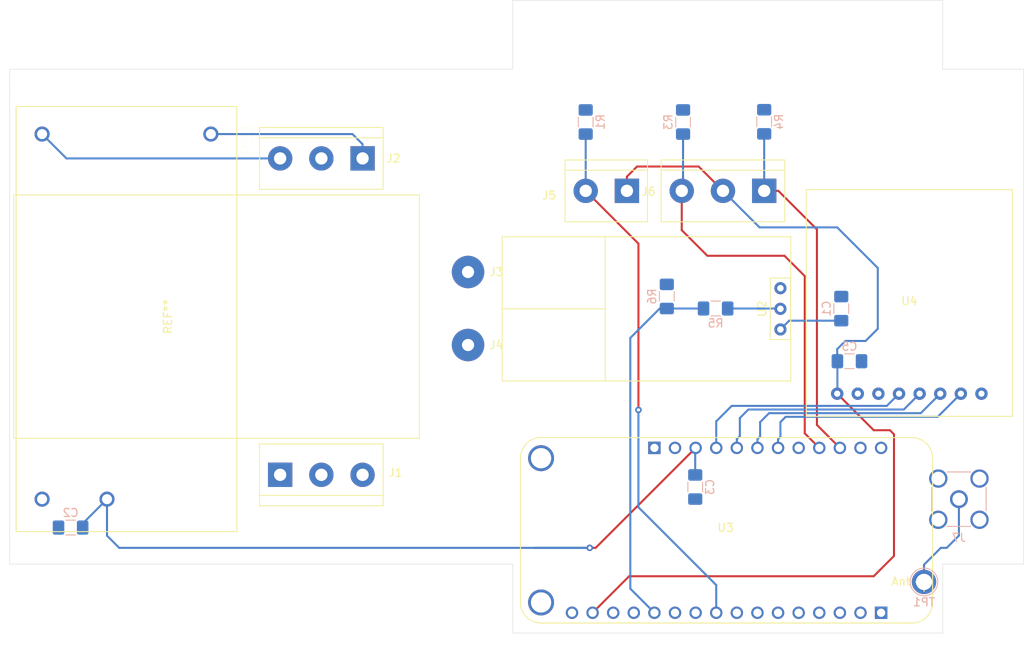
<source format=kicad_pcb>
(kicad_pcb (version 20171130) (host pcbnew 5.1.5+dfsg1-2build2)

  (general
    (thickness 1.6)
    (drawings 22)
    (tracks 98)
    (zones 0)
    (modules 22)
    (nets 37)
  )

  (page A4)
  (layers
    (0 F.Cu signal)
    (31 B.Cu signal)
    (32 B.Adhes user)
    (33 F.Adhes user)
    (34 B.Paste user)
    (35 F.Paste user)
    (36 B.SilkS user)
    (37 F.SilkS user)
    (38 B.Mask user)
    (39 F.Mask user)
    (40 Dwgs.User user)
    (41 Cmts.User user)
    (42 Eco1.User user)
    (43 Eco2.User user)
    (44 Edge.Cuts user)
    (45 Margin user)
    (46 B.CrtYd user)
    (47 F.CrtYd user)
    (48 B.Fab user)
    (49 F.Fab user)
  )

  (setup
    (last_trace_width 0.25)
    (trace_clearance 0.2)
    (zone_clearance 0.508)
    (zone_45_only no)
    (trace_min 0.2)
    (via_size 0.8)
    (via_drill 0.4)
    (via_min_size 0.4)
    (via_min_drill 0.3)
    (uvia_size 0.3)
    (uvia_drill 0.1)
    (uvias_allowed no)
    (uvia_min_size 0.2)
    (uvia_min_drill 0.1)
    (edge_width 0.05)
    (segment_width 0.2)
    (pcb_text_width 0.3)
    (pcb_text_size 1.5 1.5)
    (mod_edge_width 0.12)
    (mod_text_size 1 1)
    (mod_text_width 0.15)
    (pad_size 4.0005 4.0005)
    (pad_drill 1.50114)
    (pad_to_mask_clearance 0.051)
    (solder_mask_min_width 0.25)
    (aux_axis_origin 0 0)
    (visible_elements FFFFFF7F)
    (pcbplotparams
      (layerselection 0x010fc_ffffffff)
      (usegerberextensions false)
      (usegerberattributes false)
      (usegerberadvancedattributes false)
      (creategerberjobfile false)
      (excludeedgelayer true)
      (linewidth 0.100000)
      (plotframeref false)
      (viasonmask false)
      (mode 1)
      (useauxorigin false)
      (hpglpennumber 1)
      (hpglpenspeed 20)
      (hpglpendiameter 15.000000)
      (psnegative false)
      (psa4output false)
      (plotreference true)
      (plotvalue true)
      (plotinvisibletext false)
      (padsonsilk false)
      (subtractmaskfromsilk false)
      (outputformat 1)
      (mirror false)
      (drillshape 1)
      (scaleselection 1)
      (outputdirectory ""))
  )

  (net 0 "")
  (net 1 +5V)
  (net 2 GND)
  (net 3 "Net-(J1-Pad2)")
  (net 4 "Net-(J6-Pad3)")
  (net 5 "Net-(J6-Pad1)")
  (net 6 "Net-(U3-PadP1_16)")
  (net 7 "Net-(U3-PadP1_13)")
  (net 8 "Net-(U3-PadP1_11)")
  (net 9 "Net-(U3-PadP1_10)")
  (net 10 "Net-(U3-PadP1_8)")
  (net 11 "Net-(U3-PadP1_7)")
  (net 12 "Net-(U3-PadP1_6)")
  (net 13 "Net-(U3-PadP1_5)")
  (net 14 "Net-(U3-PadP1_4)")
  (net 15 "Net-(U3-PadP1_3)")
  (net 16 "Net-(U3-PadP1_2)")
  (net 17 "Net-(U3-PadP2_12)")
  (net 18 "Net-(U3-PadP2_11)")
  (net 19 "Net-(U3-PadP2_8)")
  (net 20 "Net-(U3-PadP2_7)")
  (net 21 "Net-(U3-PadP2_4)")
  (net 22 "Net-(U3-PadP2_2)")
  (net 23 "Net-(U3-PadP2_1)")
  (net 24 "Net-(J1-Pad1)")
  (net 25 "Net-(R5-Pad1)")
  (net 26 "Net-(J7-Pad1)")
  (net 27 +3V3)
  (net 28 "Net-(J1-Pad3)")
  (net 29 "Net-(J5-Pad2)")
  (net 30 "Net-(U3-PadP1_14)")
  (net 31 "Net-(U3-PadP2_6)")
  (net 32 "Net-(U3-PadP2_5)")
  (net 33 "Net-(R5-Pad2)")
  (net 34 "Net-(U4-Pad8)")
  (net 35 "Net-(U4-Pad3)")
  (net 36 "Net-(J2-Pad1)")

  (net_class Default "This is the default net class."
    (clearance 0.2)
    (trace_width 0.25)
    (via_dia 0.8)
    (via_drill 0.4)
    (uvia_dia 0.3)
    (uvia_drill 0.1)
    (add_net +3V3)
    (add_net +5V)
    (add_net GND)
    (add_net "Net-(J1-Pad1)")
    (add_net "Net-(J1-Pad2)")
    (add_net "Net-(J1-Pad3)")
    (add_net "Net-(J2-Pad1)")
    (add_net "Net-(J5-Pad2)")
    (add_net "Net-(J6-Pad1)")
    (add_net "Net-(J6-Pad3)")
    (add_net "Net-(J7-Pad1)")
    (add_net "Net-(R5-Pad1)")
    (add_net "Net-(R5-Pad2)")
    (add_net "Net-(U3-PadP1_10)")
    (add_net "Net-(U3-PadP1_11)")
    (add_net "Net-(U3-PadP1_13)")
    (add_net "Net-(U3-PadP1_14)")
    (add_net "Net-(U3-PadP1_16)")
    (add_net "Net-(U3-PadP1_2)")
    (add_net "Net-(U3-PadP1_3)")
    (add_net "Net-(U3-PadP1_4)")
    (add_net "Net-(U3-PadP1_5)")
    (add_net "Net-(U3-PadP1_6)")
    (add_net "Net-(U3-PadP1_7)")
    (add_net "Net-(U3-PadP1_8)")
    (add_net "Net-(U3-PadP2_1)")
    (add_net "Net-(U3-PadP2_11)")
    (add_net "Net-(U3-PadP2_12)")
    (add_net "Net-(U3-PadP2_2)")
    (add_net "Net-(U3-PadP2_4)")
    (add_net "Net-(U3-PadP2_5)")
    (add_net "Net-(U3-PadP2_6)")
    (add_net "Net-(U3-PadP2_7)")
    (add_net "Net-(U3-PadP2_8)")
    (add_net "Net-(U4-Pad3)")
    (add_net "Net-(U4-Pad8)")
  )

  (module dmcginnis427Footprints:Lipo1500 (layer F.Cu) (tedit 61CD5863) (tstamp 61CD7D9A)
    (at 150.5 105.5 90)
    (fp_text reference REF** (at 15 -31 90) (layer F.SilkS)
      (effects (font (size 1 1) (thickness 0.15)))
    )
    (fp_text value Lipo1500 (at 15 -28 90) (layer F.Fab)
      (effects (font (size 1 1) (thickness 0.15)))
    )
    (fp_line (start 30 0) (end 0 0) (layer F.SilkS) (width 0.12))
    (fp_line (start 30 -50) (end 30 0) (layer F.SilkS) (width 0.12))
    (fp_line (start 0 -50) (end 30 -50) (layer F.SilkS) (width 0.12))
    (fp_line (start 0 0) (end 0 -50) (layer F.SilkS) (width 0.12))
  )

  (module Resistor_SMD:R_1206_3216Metric_Pad1.42x1.75mm_HandSolder (layer B.Cu) (tedit 5B301BBD) (tstamp 61CDB878)
    (at 181 88.0125 270)
    (descr "Resistor SMD 1206 (3216 Metric), square (rectangular) end terminal, IPC_7351 nominal with elongated pad for handsoldering. (Body size source: http://www.tortai-tech.com/upload/download/2011102023233369053.pdf), generated with kicad-footprint-generator")
    (tags "resistor handsolder")
    (path /614811A8)
    (attr smd)
    (fp_text reference R6 (at 0 1.82 90) (layer B.SilkS)
      (effects (font (size 1 1) (thickness 0.15)) (justify mirror))
    )
    (fp_text value 2k (at 0 -1.82 90) (layer B.Fab)
      (effects (font (size 1 1) (thickness 0.15)) (justify mirror))
    )
    (fp_text user %R (at 0 0 90) (layer B.Fab)
      (effects (font (size 0.8 0.8) (thickness 0.12)) (justify mirror))
    )
    (fp_line (start 2.45 -1.12) (end -2.45 -1.12) (layer B.CrtYd) (width 0.05))
    (fp_line (start 2.45 1.12) (end 2.45 -1.12) (layer B.CrtYd) (width 0.05))
    (fp_line (start -2.45 1.12) (end 2.45 1.12) (layer B.CrtYd) (width 0.05))
    (fp_line (start -2.45 -1.12) (end -2.45 1.12) (layer B.CrtYd) (width 0.05))
    (fp_line (start -0.602064 -0.91) (end 0.602064 -0.91) (layer B.SilkS) (width 0.12))
    (fp_line (start -0.602064 0.91) (end 0.602064 0.91) (layer B.SilkS) (width 0.12))
    (fp_line (start 1.6 -0.8) (end -1.6 -0.8) (layer B.Fab) (width 0.1))
    (fp_line (start 1.6 0.8) (end 1.6 -0.8) (layer B.Fab) (width 0.1))
    (fp_line (start -1.6 0.8) (end 1.6 0.8) (layer B.Fab) (width 0.1))
    (fp_line (start -1.6 -0.8) (end -1.6 0.8) (layer B.Fab) (width 0.1))
    (pad 2 smd roundrect (at 1.4875 0 270) (size 1.425 1.75) (layers B.Cu B.Paste B.Mask) (roundrect_rratio 0.175439)
      (net 25 "Net-(R5-Pad1)"))
    (pad 1 smd roundrect (at -1.4875 0 270) (size 1.425 1.75) (layers B.Cu B.Paste B.Mask) (roundrect_rratio 0.175439)
      (net 2 GND))
    (model ${KISYS3DMOD}/Resistor_SMD.3dshapes/R_1206_3216Metric.wrl
      (at (xyz 0 0 0))
      (scale (xyz 1 1 1))
      (rotate (xyz 0 0 0))
    )
  )

  (module Resistor_SMD:R_1206_3216Metric_Pad1.42x1.75mm_HandSolder (layer B.Cu) (tedit 5B301BBD) (tstamp 61CDB867)
    (at 187.0125 89.5)
    (descr "Resistor SMD 1206 (3216 Metric), square (rectangular) end terminal, IPC_7351 nominal with elongated pad for handsoldering. (Body size source: http://www.tortai-tech.com/upload/download/2011102023233369053.pdf), generated with kicad-footprint-generator")
    (tags "resistor handsolder")
    (path /61480B7E)
    (attr smd)
    (fp_text reference R5 (at 0 1.82) (layer B.SilkS)
      (effects (font (size 1 1) (thickness 0.15)) (justify mirror))
    )
    (fp_text value 1k (at 0 -1.82) (layer B.Fab)
      (effects (font (size 1 1) (thickness 0.15)) (justify mirror))
    )
    (fp_text user %R (at 0 0) (layer B.Fab)
      (effects (font (size 0.8 0.8) (thickness 0.12)) (justify mirror))
    )
    (fp_line (start 2.45 -1.12) (end -2.45 -1.12) (layer B.CrtYd) (width 0.05))
    (fp_line (start 2.45 1.12) (end 2.45 -1.12) (layer B.CrtYd) (width 0.05))
    (fp_line (start -2.45 1.12) (end 2.45 1.12) (layer B.CrtYd) (width 0.05))
    (fp_line (start -2.45 -1.12) (end -2.45 1.12) (layer B.CrtYd) (width 0.05))
    (fp_line (start -0.602064 -0.91) (end 0.602064 -0.91) (layer B.SilkS) (width 0.12))
    (fp_line (start -0.602064 0.91) (end 0.602064 0.91) (layer B.SilkS) (width 0.12))
    (fp_line (start 1.6 -0.8) (end -1.6 -0.8) (layer B.Fab) (width 0.1))
    (fp_line (start 1.6 0.8) (end 1.6 -0.8) (layer B.Fab) (width 0.1))
    (fp_line (start -1.6 0.8) (end 1.6 0.8) (layer B.Fab) (width 0.1))
    (fp_line (start -1.6 -0.8) (end -1.6 0.8) (layer B.Fab) (width 0.1))
    (pad 2 smd roundrect (at 1.4875 0) (size 1.425 1.75) (layers B.Cu B.Paste B.Mask) (roundrect_rratio 0.175439)
      (net 33 "Net-(R5-Pad2)"))
    (pad 1 smd roundrect (at -1.4875 0) (size 1.425 1.75) (layers B.Cu B.Paste B.Mask) (roundrect_rratio 0.175439)
      (net 25 "Net-(R5-Pad1)"))
    (model ${KISYS3DMOD}/Resistor_SMD.3dshapes/R_1206_3216Metric.wrl
      (at (xyz 0 0 0))
      (scale (xyz 1 1 1))
      (rotate (xyz 0 0 0))
    )
  )

  (module Resistor_SMD:R_1206_3216Metric_Pad1.42x1.75mm_HandSolder (layer B.Cu) (tedit 5B301BBD) (tstamp 61CDB856)
    (at 193 66.4875 90)
    (descr "Resistor SMD 1206 (3216 Metric), square (rectangular) end terminal, IPC_7351 nominal with elongated pad for handsoldering. (Body size source: http://www.tortai-tech.com/upload/download/2011102023233369053.pdf), generated with kicad-footprint-generator")
    (tags "resistor handsolder")
    (path /614C3ECC)
    (attr smd)
    (fp_text reference R4 (at 0 1.82 90) (layer B.SilkS)
      (effects (font (size 1 1) (thickness 0.15)) (justify mirror))
    )
    (fp_text value 10k (at 0 -1.82 90) (layer B.Fab)
      (effects (font (size 1 1) (thickness 0.15)) (justify mirror))
    )
    (fp_text user %R (at 0 0 90) (layer B.Fab)
      (effects (font (size 0.8 0.8) (thickness 0.12)) (justify mirror))
    )
    (fp_line (start 2.45 -1.12) (end -2.45 -1.12) (layer B.CrtYd) (width 0.05))
    (fp_line (start 2.45 1.12) (end 2.45 -1.12) (layer B.CrtYd) (width 0.05))
    (fp_line (start -2.45 1.12) (end 2.45 1.12) (layer B.CrtYd) (width 0.05))
    (fp_line (start -2.45 -1.12) (end -2.45 1.12) (layer B.CrtYd) (width 0.05))
    (fp_line (start -0.602064 -0.91) (end 0.602064 -0.91) (layer B.SilkS) (width 0.12))
    (fp_line (start -0.602064 0.91) (end 0.602064 0.91) (layer B.SilkS) (width 0.12))
    (fp_line (start 1.6 -0.8) (end -1.6 -0.8) (layer B.Fab) (width 0.1))
    (fp_line (start 1.6 0.8) (end 1.6 -0.8) (layer B.Fab) (width 0.1))
    (fp_line (start -1.6 0.8) (end 1.6 0.8) (layer B.Fab) (width 0.1))
    (fp_line (start -1.6 -0.8) (end -1.6 0.8) (layer B.Fab) (width 0.1))
    (pad 2 smd roundrect (at 1.4875 0 90) (size 1.425 1.75) (layers B.Cu B.Paste B.Mask) (roundrect_rratio 0.175439)
      (net 2 GND))
    (pad 1 smd roundrect (at -1.4875 0 90) (size 1.425 1.75) (layers B.Cu B.Paste B.Mask) (roundrect_rratio 0.175439)
      (net 5 "Net-(J6-Pad1)"))
    (model ${KISYS3DMOD}/Resistor_SMD.3dshapes/R_1206_3216Metric.wrl
      (at (xyz 0 0 0))
      (scale (xyz 1 1 1))
      (rotate (xyz 0 0 0))
    )
  )

  (module Resistor_SMD:R_1206_3216Metric_Pad1.42x1.75mm_HandSolder (layer B.Cu) (tedit 5B301BBD) (tstamp 61CDB845)
    (at 183 66.5125 270)
    (descr "Resistor SMD 1206 (3216 Metric), square (rectangular) end terminal, IPC_7351 nominal with elongated pad for handsoldering. (Body size source: http://www.tortai-tech.com/upload/download/2011102023233369053.pdf), generated with kicad-footprint-generator")
    (tags "resistor handsolder")
    (path /614BDC4E)
    (attr smd)
    (fp_text reference R3 (at 0 1.82 90) (layer B.SilkS)
      (effects (font (size 1 1) (thickness 0.15)) (justify mirror))
    )
    (fp_text value 10k (at 0 -1.82 90) (layer B.Fab)
      (effects (font (size 1 1) (thickness 0.15)) (justify mirror))
    )
    (fp_text user %R (at 0 0 90) (layer B.Fab)
      (effects (font (size 0.8 0.8) (thickness 0.12)) (justify mirror))
    )
    (fp_line (start 2.45 -1.12) (end -2.45 -1.12) (layer B.CrtYd) (width 0.05))
    (fp_line (start 2.45 1.12) (end 2.45 -1.12) (layer B.CrtYd) (width 0.05))
    (fp_line (start -2.45 1.12) (end 2.45 1.12) (layer B.CrtYd) (width 0.05))
    (fp_line (start -2.45 -1.12) (end -2.45 1.12) (layer B.CrtYd) (width 0.05))
    (fp_line (start -0.602064 -0.91) (end 0.602064 -0.91) (layer B.SilkS) (width 0.12))
    (fp_line (start -0.602064 0.91) (end 0.602064 0.91) (layer B.SilkS) (width 0.12))
    (fp_line (start 1.6 -0.8) (end -1.6 -0.8) (layer B.Fab) (width 0.1))
    (fp_line (start 1.6 0.8) (end 1.6 -0.8) (layer B.Fab) (width 0.1))
    (fp_line (start -1.6 0.8) (end 1.6 0.8) (layer B.Fab) (width 0.1))
    (fp_line (start -1.6 -0.8) (end -1.6 0.8) (layer B.Fab) (width 0.1))
    (pad 2 smd roundrect (at 1.4875 0 270) (size 1.425 1.75) (layers B.Cu B.Paste B.Mask) (roundrect_rratio 0.175439)
      (net 4 "Net-(J6-Pad3)"))
    (pad 1 smd roundrect (at -1.4875 0 270) (size 1.425 1.75) (layers B.Cu B.Paste B.Mask) (roundrect_rratio 0.175439)
      (net 2 GND))
    (model ${KISYS3DMOD}/Resistor_SMD.3dshapes/R_1206_3216Metric.wrl
      (at (xyz 0 0 0))
      (scale (xyz 1 1 1))
      (rotate (xyz 0 0 0))
    )
  )

  (module Resistor_SMD:R_1206_3216Metric_Pad1.42x1.75mm_HandSolder (layer B.Cu) (tedit 5B301BBD) (tstamp 61CDB834)
    (at 171 66.5125 90)
    (descr "Resistor SMD 1206 (3216 Metric), square (rectangular) end terminal, IPC_7351 nominal with elongated pad for handsoldering. (Body size source: http://www.tortai-tech.com/upload/download/2011102023233369053.pdf), generated with kicad-footprint-generator")
    (tags "resistor handsolder")
    (path /61CE7F09)
    (attr smd)
    (fp_text reference R1 (at 0 1.82 90) (layer B.SilkS)
      (effects (font (size 1 1) (thickness 0.15)) (justify mirror))
    )
    (fp_text value 10k (at 0 -1.82 90) (layer B.Fab)
      (effects (font (size 1 1) (thickness 0.15)) (justify mirror))
    )
    (fp_text user %R (at 0 0 90) (layer B.Fab)
      (effects (font (size 0.8 0.8) (thickness 0.12)) (justify mirror))
    )
    (fp_line (start 2.45 -1.12) (end -2.45 -1.12) (layer B.CrtYd) (width 0.05))
    (fp_line (start 2.45 1.12) (end 2.45 -1.12) (layer B.CrtYd) (width 0.05))
    (fp_line (start -2.45 1.12) (end 2.45 1.12) (layer B.CrtYd) (width 0.05))
    (fp_line (start -2.45 -1.12) (end -2.45 1.12) (layer B.CrtYd) (width 0.05))
    (fp_line (start -0.602064 -0.91) (end 0.602064 -0.91) (layer B.SilkS) (width 0.12))
    (fp_line (start -0.602064 0.91) (end 0.602064 0.91) (layer B.SilkS) (width 0.12))
    (fp_line (start 1.6 -0.8) (end -1.6 -0.8) (layer B.Fab) (width 0.1))
    (fp_line (start 1.6 0.8) (end 1.6 -0.8) (layer B.Fab) (width 0.1))
    (fp_line (start -1.6 0.8) (end 1.6 0.8) (layer B.Fab) (width 0.1))
    (fp_line (start -1.6 -0.8) (end -1.6 0.8) (layer B.Fab) (width 0.1))
    (pad 2 smd roundrect (at 1.4875 0 90) (size 1.425 1.75) (layers B.Cu B.Paste B.Mask) (roundrect_rratio 0.175439)
      (net 2 GND))
    (pad 1 smd roundrect (at -1.4875 0 90) (size 1.425 1.75) (layers B.Cu B.Paste B.Mask) (roundrect_rratio 0.175439)
      (net 29 "Net-(J5-Pad2)"))
    (model ${KISYS3DMOD}/Resistor_SMD.3dshapes/R_1206_3216Metric.wrl
      (at (xyz 0 0 0))
      (scale (xyz 1 1 1))
      (rotate (xyz 0 0 0))
    )
  )

  (module Capacitor_SMD:C_1206_3216Metric_Pad1.42x1.75mm_HandSolder (layer B.Cu) (tedit 5B301BBE) (tstamp 61CDB707)
    (at 203.5125 96 180)
    (descr "Capacitor SMD 1206 (3216 Metric), square (rectangular) end terminal, IPC_7351 nominal with elongated pad for handsoldering. (Body size source: http://www.tortai-tech.com/upload/download/2011102023233369053.pdf), generated with kicad-footprint-generator")
    (tags "capacitor handsolder")
    (path /61D07F64)
    (attr smd)
    (fp_text reference C5 (at 0 1.82) (layer B.SilkS)
      (effects (font (size 1 1) (thickness 0.15)) (justify mirror))
    )
    (fp_text value 0.1uF (at 0 -1.82) (layer B.Fab)
      (effects (font (size 1 1) (thickness 0.15)) (justify mirror))
    )
    (fp_text user %R (at 0 0) (layer B.Fab)
      (effects (font (size 0.8 0.8) (thickness 0.12)) (justify mirror))
    )
    (fp_line (start 2.45 -1.12) (end -2.45 -1.12) (layer B.CrtYd) (width 0.05))
    (fp_line (start 2.45 1.12) (end 2.45 -1.12) (layer B.CrtYd) (width 0.05))
    (fp_line (start -2.45 1.12) (end 2.45 1.12) (layer B.CrtYd) (width 0.05))
    (fp_line (start -2.45 -1.12) (end -2.45 1.12) (layer B.CrtYd) (width 0.05))
    (fp_line (start -0.602064 -0.91) (end 0.602064 -0.91) (layer B.SilkS) (width 0.12))
    (fp_line (start -0.602064 0.91) (end 0.602064 0.91) (layer B.SilkS) (width 0.12))
    (fp_line (start 1.6 -0.8) (end -1.6 -0.8) (layer B.Fab) (width 0.1))
    (fp_line (start 1.6 0.8) (end 1.6 -0.8) (layer B.Fab) (width 0.1))
    (fp_line (start -1.6 0.8) (end 1.6 0.8) (layer B.Fab) (width 0.1))
    (fp_line (start -1.6 -0.8) (end -1.6 0.8) (layer B.Fab) (width 0.1))
    (pad 2 smd roundrect (at 1.4875 0 180) (size 1.425 1.75) (layers B.Cu B.Paste B.Mask) (roundrect_rratio 0.175439)
      (net 27 +3V3))
    (pad 1 smd roundrect (at -1.4875 0 180) (size 1.425 1.75) (layers B.Cu B.Paste B.Mask) (roundrect_rratio 0.175439)
      (net 2 GND))
    (model ${KISYS3DMOD}/Capacitor_SMD.3dshapes/C_1206_3216Metric.wrl
      (at (xyz 0 0 0))
      (scale (xyz 1 1 1))
      (rotate (xyz 0 0 0))
    )
  )

  (module Capacitor_SMD:C_1206_3216Metric_Pad1.42x1.75mm_HandSolder (layer B.Cu) (tedit 5B301BBE) (tstamp 61CDB6F6)
    (at 184.5 111.5 90)
    (descr "Capacitor SMD 1206 (3216 Metric), square (rectangular) end terminal, IPC_7351 nominal with elongated pad for handsoldering. (Body size source: http://www.tortai-tech.com/upload/download/2011102023233369053.pdf), generated with kicad-footprint-generator")
    (tags "capacitor handsolder")
    (path /61CDE4A7)
    (attr smd)
    (fp_text reference C3 (at 0 1.82 90) (layer B.SilkS)
      (effects (font (size 1 1) (thickness 0.15)) (justify mirror))
    )
    (fp_text value 0.1uF (at 0 -1.82 90) (layer B.Fab)
      (effects (font (size 1 1) (thickness 0.15)) (justify mirror))
    )
    (fp_text user %R (at 0 0 90) (layer B.Fab)
      (effects (font (size 0.8 0.8) (thickness 0.12)) (justify mirror))
    )
    (fp_line (start 2.45 -1.12) (end -2.45 -1.12) (layer B.CrtYd) (width 0.05))
    (fp_line (start 2.45 1.12) (end 2.45 -1.12) (layer B.CrtYd) (width 0.05))
    (fp_line (start -2.45 1.12) (end 2.45 1.12) (layer B.CrtYd) (width 0.05))
    (fp_line (start -2.45 -1.12) (end -2.45 1.12) (layer B.CrtYd) (width 0.05))
    (fp_line (start -0.602064 -0.91) (end 0.602064 -0.91) (layer B.SilkS) (width 0.12))
    (fp_line (start -0.602064 0.91) (end 0.602064 0.91) (layer B.SilkS) (width 0.12))
    (fp_line (start 1.6 -0.8) (end -1.6 -0.8) (layer B.Fab) (width 0.1))
    (fp_line (start 1.6 0.8) (end 1.6 -0.8) (layer B.Fab) (width 0.1))
    (fp_line (start -1.6 0.8) (end 1.6 0.8) (layer B.Fab) (width 0.1))
    (fp_line (start -1.6 -0.8) (end -1.6 0.8) (layer B.Fab) (width 0.1))
    (pad 2 smd roundrect (at 1.4875 0 90) (size 1.425 1.75) (layers B.Cu B.Paste B.Mask) (roundrect_rratio 0.175439)
      (net 1 +5V))
    (pad 1 smd roundrect (at -1.4875 0 90) (size 1.425 1.75) (layers B.Cu B.Paste B.Mask) (roundrect_rratio 0.175439)
      (net 2 GND))
    (model ${KISYS3DMOD}/Capacitor_SMD.3dshapes/C_1206_3216Metric.wrl
      (at (xyz 0 0 0))
      (scale (xyz 1 1 1))
      (rotate (xyz 0 0 0))
    )
  )

  (module Capacitor_SMD:C_1206_3216Metric_Pad1.42x1.75mm_HandSolder (layer B.Cu) (tedit 5B301BBE) (tstamp 61CDB6E5)
    (at 107.5125 116.5 180)
    (descr "Capacitor SMD 1206 (3216 Metric), square (rectangular) end terminal, IPC_7351 nominal with elongated pad for handsoldering. (Body size source: http://www.tortai-tech.com/upload/download/2011102023233369053.pdf), generated with kicad-footprint-generator")
    (tags "capacitor handsolder")
    (path /61CCE75A)
    (attr smd)
    (fp_text reference C2 (at 0 1.82) (layer B.SilkS)
      (effects (font (size 1 1) (thickness 0.15)) (justify mirror))
    )
    (fp_text value 1uF (at 0 -1.82) (layer B.Fab)
      (effects (font (size 1 1) (thickness 0.15)) (justify mirror))
    )
    (fp_text user %R (at 0 0) (layer B.Fab)
      (effects (font (size 0.8 0.8) (thickness 0.12)) (justify mirror))
    )
    (fp_line (start 2.45 -1.12) (end -2.45 -1.12) (layer B.CrtYd) (width 0.05))
    (fp_line (start 2.45 1.12) (end 2.45 -1.12) (layer B.CrtYd) (width 0.05))
    (fp_line (start -2.45 1.12) (end 2.45 1.12) (layer B.CrtYd) (width 0.05))
    (fp_line (start -2.45 -1.12) (end -2.45 1.12) (layer B.CrtYd) (width 0.05))
    (fp_line (start -0.602064 -0.91) (end 0.602064 -0.91) (layer B.SilkS) (width 0.12))
    (fp_line (start -0.602064 0.91) (end 0.602064 0.91) (layer B.SilkS) (width 0.12))
    (fp_line (start 1.6 -0.8) (end -1.6 -0.8) (layer B.Fab) (width 0.1))
    (fp_line (start 1.6 0.8) (end 1.6 -0.8) (layer B.Fab) (width 0.1))
    (fp_line (start -1.6 0.8) (end 1.6 0.8) (layer B.Fab) (width 0.1))
    (fp_line (start -1.6 -0.8) (end -1.6 0.8) (layer B.Fab) (width 0.1))
    (pad 2 smd roundrect (at 1.4875 0 180) (size 1.425 1.75) (layers B.Cu B.Paste B.Mask) (roundrect_rratio 0.175439)
      (net 2 GND))
    (pad 1 smd roundrect (at -1.4875 0 180) (size 1.425 1.75) (layers B.Cu B.Paste B.Mask) (roundrect_rratio 0.175439)
      (net 1 +5V))
    (model ${KISYS3DMOD}/Capacitor_SMD.3dshapes/C_1206_3216Metric.wrl
      (at (xyz 0 0 0))
      (scale (xyz 1 1 1))
      (rotate (xyz 0 0 0))
    )
  )

  (module Capacitor_SMD:C_1206_3216Metric_Pad1.42x1.75mm_HandSolder (layer B.Cu) (tedit 5B301BBE) (tstamp 61CDB6D4)
    (at 202.5 89.5125 270)
    (descr "Capacitor SMD 1206 (3216 Metric), square (rectangular) end terminal, IPC_7351 nominal with elongated pad for handsoldering. (Body size source: http://www.tortai-tech.com/upload/download/2011102023233369053.pdf), generated with kicad-footprint-generator")
    (tags "capacitor handsolder")
    (path /61CD673B)
    (attr smd)
    (fp_text reference C1 (at 0 1.82 90) (layer B.SilkS)
      (effects (font (size 1 1) (thickness 0.15)) (justify mirror))
    )
    (fp_text value 0.1uF (at 0 -1.82 90) (layer B.Fab)
      (effects (font (size 1 1) (thickness 0.15)) (justify mirror))
    )
    (fp_text user %R (at 0 0 90) (layer B.Fab)
      (effects (font (size 0.8 0.8) (thickness 0.12)) (justify mirror))
    )
    (fp_line (start 2.45 -1.12) (end -2.45 -1.12) (layer B.CrtYd) (width 0.05))
    (fp_line (start 2.45 1.12) (end 2.45 -1.12) (layer B.CrtYd) (width 0.05))
    (fp_line (start -2.45 1.12) (end 2.45 1.12) (layer B.CrtYd) (width 0.05))
    (fp_line (start -2.45 -1.12) (end -2.45 1.12) (layer B.CrtYd) (width 0.05))
    (fp_line (start -0.602064 -0.91) (end 0.602064 -0.91) (layer B.SilkS) (width 0.12))
    (fp_line (start -0.602064 0.91) (end 0.602064 0.91) (layer B.SilkS) (width 0.12))
    (fp_line (start 1.6 -0.8) (end -1.6 -0.8) (layer B.Fab) (width 0.1))
    (fp_line (start 1.6 0.8) (end 1.6 -0.8) (layer B.Fab) (width 0.1))
    (fp_line (start -1.6 0.8) (end 1.6 0.8) (layer B.Fab) (width 0.1))
    (fp_line (start -1.6 -0.8) (end -1.6 0.8) (layer B.Fab) (width 0.1))
    (pad 2 smd roundrect (at 1.4875 0 270) (size 1.425 1.75) (layers B.Cu B.Paste B.Mask) (roundrect_rratio 0.175439)
      (net 1 +5V))
    (pad 1 smd roundrect (at -1.4875 0 270) (size 1.425 1.75) (layers B.Cu B.Paste B.Mask) (roundrect_rratio 0.175439)
      (net 2 GND))
    (model ${KISYS3DMOD}/Capacitor_SMD.3dshapes/C_1206_3216Metric.wrl
      (at (xyz 0 0 0))
      (scale (xyz 1 1 1))
      (rotate (xyz 0 0 0))
    )
  )

  (module dmcginnis427Footprints:AMAX31865 (layer F.Cu) (tedit 61CC6181) (tstamp 61CCD04E)
    (at 202 100)
    (path /61D03BB0)
    (fp_text reference U4 (at 8.89 -11.43) (layer F.SilkS)
      (effects (font (size 1 1) (thickness 0.15)))
    )
    (fp_text value AMAX31865 (at 7.62 -13.97) (layer F.Fab)
      (effects (font (size 1 1) (thickness 0.15)))
    )
    (fp_line (start 21.59 -25.146) (end 21.59 2.794) (layer F.SilkS) (width 0.12))
    (fp_line (start -3.81 -25.146) (end 21.59 -25.146) (layer F.SilkS) (width 0.12))
    (fp_line (start -3.81 2.794) (end -3.81 -25.146) (layer F.SilkS) (width 0.12))
    (fp_line (start 21.59 2.794) (end -3.81 2.794) (layer F.SilkS) (width 0.12))
    (fp_line (start -4.445 3.81) (end -4.445 -26.035) (layer F.CrtYd) (width 0.12))
    (fp_line (start -4.445 -26.035) (end 22.225 -26.035) (layer F.CrtYd) (width 0.12))
    (fp_line (start 22.225 -26.035) (end 22.225 3.81) (layer F.CrtYd) (width 0.12))
    (fp_line (start 22.225 3.81) (end -4.445 3.81) (layer F.CrtYd) (width 0.12))
    (pad 8 thru_hole circle (at 17.78 0) (size 1.524 1.524) (drill 0.762) (layers *.Cu *.Mask)
      (net 34 "Net-(U4-Pad8)"))
    (pad 7 thru_hole circle (at 15.24 0) (size 1.524 1.524) (drill 0.762) (layers *.Cu *.Mask)
      (net 20 "Net-(U3-PadP2_7)"))
    (pad 6 thru_hole circle (at 12.7 0) (size 1.524 1.524) (drill 0.762) (layers *.Cu *.Mask)
      (net 31 "Net-(U3-PadP2_6)"))
    (pad 5 thru_hole circle (at 10.16 0) (size 1.524 1.524) (drill 0.762) (layers *.Cu *.Mask)
      (net 32 "Net-(U3-PadP2_5)"))
    (pad 4 thru_hole circle (at 7.62 0) (size 1.524 1.524) (drill 0.762) (layers *.Cu *.Mask)
      (net 21 "Net-(U3-PadP2_4)"))
    (pad 3 thru_hole circle (at 5.08 0) (size 1.524 1.524) (drill 0.762) (layers *.Cu *.Mask)
      (net 35 "Net-(U4-Pad3)"))
    (pad 2 thru_hole circle (at 2.54 0) (size 1.524 1.524) (drill 0.762) (layers *.Cu *.Mask)
      (net 2 GND))
    (pad 1 thru_hole circle (at 0 0) (size 1.524 1.524) (drill 0.762) (layers *.Cu *.Mask)
      (net 27 +3V3))
  )

  (module dmcginnis427Footprints:ACS712_20A (layer F.Cu) (tedit 5E3C5E6A) (tstamp 61CCCFBC)
    (at 195 89.54 270)
    (path /5E3C936E)
    (fp_text reference U2 (at 0 2.25 90) (layer F.SilkS)
      (effects (font (size 1 1) (thickness 0.15)))
    )
    (fp_text value ACS712_20 (at 0 -2.25 90) (layer F.Fab)
      (effects (font (size 1 1) (thickness 0.15)))
    )
    (fp_line (start -3.79 -1.25) (end 3.79 -1.25) (layer F.SilkS) (width 0.12))
    (fp_line (start 3.79 -1.25) (end 3.79 1.25) (layer F.SilkS) (width 0.12))
    (fp_line (start 3.79 1.25) (end -3.79 1.25) (layer F.SilkS) (width 0.12))
    (fp_line (start -3.79 1.25) (end -3.79 -1.25) (layer F.SilkS) (width 0.12))
    (fp_line (start -8.89 -1.27) (end 8.89 -1.27) (layer F.CrtYd) (width 0.05))
    (fp_line (start 8.89 -1.27) (end 8.89 34.29) (layer F.CrtYd) (width 0.05))
    (fp_line (start -8.89 34.29) (end -8.89 -1.27) (layer F.CrtYd) (width 0.05))
    (fp_line (start -8.89 34.29) (end 8.89 34.29) (layer F.CrtYd) (width 0.05))
    (fp_line (start 8.89 21.59) (end -8.89 21.59) (layer F.SilkS) (width 0.12))
    (fp_line (start -8.89 21.59) (end -8.89 34.29) (layer F.SilkS) (width 0.12))
    (fp_line (start -8.89 34.29) (end 8.89 34.29) (layer F.SilkS) (width 0.12))
    (fp_line (start 8.89 34.29) (end 8.89 -1.27) (layer F.SilkS) (width 0.12))
    (fp_line (start 8.89 -1.27) (end -8.89 -1.27) (layer F.SilkS) (width 0.12))
    (fp_line (start -8.89 -1.27) (end -8.89 21.59) (layer F.SilkS) (width 0.12))
    (fp_line (start 0 34.29) (end 0 21.59) (layer F.SilkS) (width 0.12))
    (pad 3 thru_hole circle (at 2.54 0 270) (size 1.5 1.5) (drill 0.8) (layers *.Cu *.Mask)
      (net 1 +5V))
    (pad 2 thru_hole circle (at 0 0 270) (size 1.5 1.5) (drill 0.8) (layers *.Cu *.Mask)
      (net 33 "Net-(R5-Pad2)"))
    (pad 1 thru_hole circle (at -2.54 0 270) (size 1.5 1.5) (drill 0.8) (layers *.Cu *.Mask)
      (net 2 GND))
  )

  (module FEATHER_M0_BASIC_PROTO:MODULE_FEATHER_M0_BASIC_PROTO (layer F.Cu) (tedit 614846AE) (tstamp 6146652F)
    (at 188.36 116.84)
    (path /6147908E)
    (fp_text reference U3 (at -0.11 -0.319) (layer F.SilkS)
      (effects (font (size 1 1) (thickness 0.15)))
    )
    (fp_text value FEATHER_M0_BASIC_PROTO (at -4.785 13.315) (layer F.Fab)
      (effects (font (size 1 1) (thickness 0.15)))
    )
    (fp_line (start 24.35 6.36) (end 24.35 7.54) (layer F.SilkS) (width 0.12))
    (fp_line (start 25.39 6.37) (end 23.3 6.37) (layer F.SilkS) (width 0.12))
    (fp_line (start 24.34 6.37) (end 25.39 6.37) (layer F.SilkS) (width 0.12))
    (fp_line (start 24.34 6.37) (end 24.34 5.43) (layer F.SilkS) (width 0.12))
    (fp_line (start -25.4 8.89) (end -25.4 -8.89) (layer F.SilkS) (width 0.127))
    (fp_line (start -22.86 -11.43) (end 22.86 -11.43) (layer F.SilkS) (width 0.127))
    (fp_line (start 25.4 -8.89) (end 25.4 8.89) (layer F.SilkS) (width 0.127))
    (fp_line (start 22.86 11.43) (end -22.86 11.43) (layer F.SilkS) (width 0.127))
    (fp_line (start -25.4 8.89) (end -25.4 -8.89) (layer F.Fab) (width 0.127))
    (fp_line (start -22.86 -11.43) (end 22.86 -11.43) (layer F.Fab) (width 0.127))
    (fp_line (start 25.4 -8.89) (end 25.4 8.89) (layer F.Fab) (width 0.127))
    (fp_line (start 22.86 11.43) (end -22.86 11.43) (layer F.Fab) (width 0.127))
    (fp_line (start -25.65 -8.89) (end -25.65 8.89) (layer F.CrtYd) (width 0.05))
    (fp_line (start -22.86 11.68) (end 22.86 11.68) (layer F.CrtYd) (width 0.05))
    (fp_line (start 25.65 8.89) (end 25.65 -8.89) (layer F.CrtYd) (width 0.05))
    (fp_line (start 22.86 -11.68) (end -22.86 -11.68) (layer F.CrtYd) (width 0.05))
    (fp_text user Ant (at 21.5 6.3) (layer F.SilkS)
      (effects (font (size 1 1) (thickness 0.15)))
    )
    (fp_arc (start 22.86 -8.89) (end 22.86 -11.68) (angle 90) (layer F.CrtYd) (width 0.05))
    (fp_arc (start 22.86 8.89) (end 25.65 8.89) (angle 90) (layer F.CrtYd) (width 0.05))
    (fp_arc (start -22.86 8.89) (end -22.86 11.68) (angle 90) (layer F.CrtYd) (width 0.05))
    (fp_arc (start -22.86 -8.89) (end -25.65 -8.89) (angle 90) (layer F.CrtYd) (width 0.05))
    (fp_arc (start 22.86 8.89) (end 22.86 11.43) (angle -90) (layer F.Fab) (width 0.127))
    (fp_arc (start 22.86 -8.89) (end 25.4 -8.89) (angle -90) (layer F.Fab) (width 0.127))
    (fp_arc (start -22.86 -8.89) (end -22.86 -11.43) (angle -90) (layer F.Fab) (width 0.127))
    (fp_arc (start -22.86 8.89) (end -25.4 8.89) (angle -90) (layer F.Fab) (width 0.127))
    (fp_arc (start 22.86 8.89) (end 22.86 11.43) (angle -90) (layer F.SilkS) (width 0.127))
    (fp_arc (start 22.86 -8.89) (end 25.4 -8.89) (angle -90) (layer F.SilkS) (width 0.127))
    (fp_arc (start -22.86 -8.89) (end -22.86 -11.43) (angle -90) (layer F.SilkS) (width 0.127))
    (fp_arc (start -22.86 8.89) (end -25.4 8.89) (angle -90) (layer F.SilkS) (width 0.127))
    (pad P1_16 thru_hole circle (at -19.05 10.16) (size 1.53 1.53) (drill 1.02) (layers *.Cu *.Mask)
      (net 6 "Net-(U3-PadP1_16)"))
    (pad P1_15 thru_hole circle (at -16.51 10.16) (size 1.53 1.53) (drill 1.02) (layers *.Cu *.Mask)
      (net 27 +3V3))
    (pad P1_14 thru_hole circle (at -13.97 10.16) (size 1.53 1.53) (drill 1.02) (layers *.Cu *.Mask)
      (net 30 "Net-(U3-PadP1_14)"))
    (pad P1_13 thru_hole circle (at -11.43 10.16) (size 1.53 1.53) (drill 1.02) (layers *.Cu *.Mask)
      (net 7 "Net-(U3-PadP1_13)"))
    (pad P1_12 thru_hole circle (at -8.89 10.16) (size 1.53 1.53) (drill 1.02) (layers *.Cu *.Mask)
      (net 25 "Net-(R5-Pad1)"))
    (pad P1_11 thru_hole circle (at -6.35 10.16) (size 1.53 1.53) (drill 1.02) (layers *.Cu *.Mask)
      (net 8 "Net-(U3-PadP1_11)"))
    (pad P1_10 thru_hole circle (at -3.81 10.16) (size 1.53 1.53) (drill 1.02) (layers *.Cu *.Mask)
      (net 9 "Net-(U3-PadP1_10)"))
    (pad P1_9 thru_hole circle (at -1.27 10.16) (size 1.53 1.53) (drill 1.02) (layers *.Cu *.Mask)
      (net 29 "Net-(J5-Pad2)"))
    (pad P1_8 thru_hole circle (at 1.27 10.16) (size 1.53 1.53) (drill 1.02) (layers *.Cu *.Mask)
      (net 10 "Net-(U3-PadP1_8)"))
    (pad P1_7 thru_hole circle (at 3.81 10.16) (size 1.53 1.53) (drill 1.02) (layers *.Cu *.Mask)
      (net 11 "Net-(U3-PadP1_7)"))
    (pad P1_6 thru_hole circle (at 6.35 10.16) (size 1.53 1.53) (drill 1.02) (layers *.Cu *.Mask)
      (net 12 "Net-(U3-PadP1_6)"))
    (pad P1_5 thru_hole circle (at 8.89 10.16) (size 1.53 1.53) (drill 1.02) (layers *.Cu *.Mask)
      (net 13 "Net-(U3-PadP1_5)"))
    (pad P1_4 thru_hole circle (at 11.43 10.16) (size 1.53 1.53) (drill 1.02) (layers *.Cu *.Mask)
      (net 14 "Net-(U3-PadP1_4)"))
    (pad P1_3 thru_hole circle (at 13.97 10.16) (size 1.53 1.53) (drill 1.02) (layers *.Cu *.Mask)
      (net 15 "Net-(U3-PadP1_3)"))
    (pad P1_2 thru_hole circle (at 16.51 10.16) (size 1.53 1.53) (drill 1.02) (layers *.Cu *.Mask)
      (net 16 "Net-(U3-PadP1_2)"))
    (pad P2_12 thru_hole circle (at 19.05 -10.16) (size 1.53 1.53) (drill 1.02) (layers *.Cu *.Mask)
      (net 17 "Net-(U3-PadP2_12)"))
    (pad P2_11 thru_hole circle (at 16.51 -10.16) (size 1.53 1.53) (drill 1.02) (layers *.Cu *.Mask)
      (net 18 "Net-(U3-PadP2_11)"))
    (pad P2_10 thru_hole circle (at 13.97 -10.16) (size 1.53 1.53) (drill 1.02) (layers *.Cu *.Mask)
      (net 5 "Net-(J6-Pad1)"))
    (pad P2_9 thru_hole circle (at 11.43 -10.16) (size 1.53 1.53) (drill 1.02) (layers *.Cu *.Mask)
      (net 4 "Net-(J6-Pad3)"))
    (pad P2_8 thru_hole circle (at 8.89 -10.16) (size 1.53 1.53) (drill 1.02) (layers *.Cu *.Mask)
      (net 19 "Net-(U3-PadP2_8)"))
    (pad P2_7 thru_hole circle (at 6.35 -10.16) (size 1.53 1.53) (drill 1.02) (layers *.Cu *.Mask)
      (net 20 "Net-(U3-PadP2_7)"))
    (pad P2_6 thru_hole circle (at 3.81 -10.16) (size 1.53 1.53) (drill 1.02) (layers *.Cu *.Mask)
      (net 31 "Net-(U3-PadP2_6)"))
    (pad P2_5 thru_hole circle (at 1.27 -10.16) (size 1.53 1.53) (drill 1.02) (layers *.Cu *.Mask)
      (net 32 "Net-(U3-PadP2_5)"))
    (pad P2_4 thru_hole circle (at -1.27 -10.16) (size 1.53 1.53) (drill 1.02) (layers *.Cu *.Mask)
      (net 21 "Net-(U3-PadP2_4)"))
    (pad P2_3 thru_hole circle (at -3.81 -10.16) (size 1.53 1.53) (drill 1.02) (layers *.Cu *.Mask)
      (net 1 +5V))
    (pad P2_2 thru_hole circle (at -6.35 -10.16) (size 1.53 1.53) (drill 1.02) (layers *.Cu *.Mask)
      (net 22 "Net-(U3-PadP2_2)"))
    (pad None np_thru_hole circle (at 22.86 -8.89) (size 2.54 2.54) (drill 2.54) (layers *.Cu *.Mask))
    (pad P$2 thru_hole circle (at -22.86 8.89) (size 3.2 3.2) (drill 2.5) (layers *.Cu *.Mask))
    (pad P$1 thru_hole circle (at -22.86 -8.89) (size 3.2 3.2) (drill 2.5) (layers *.Cu *.Mask))
    (pad P2_1 thru_hole rect (at -8.89 -10.16) (size 1.53 1.53) (drill 1.02) (layers *.Cu *.Mask)
      (net 23 "Net-(U3-PadP2_1)"))
    (pad P1_1 thru_hole rect (at 19.05 10.16) (size 1.53 1.53) (drill 1.02) (layers *.Cu *.Mask)
      (net 2 GND))
  )

  (module TestPoint:TestPoint_Plated_Hole_D2.0mm (layer B.Cu) (tedit 5A0F774F) (tstamp 6147D5E5)
    (at 212.7 123.2)
    (descr "Plated Hole as test Point, diameter 2.0mm")
    (tags "test point plated hole")
    (path /6149BD02)
    (attr virtual)
    (fp_text reference TP1 (at 0 2.498) (layer B.SilkS)
      (effects (font (size 1 1) (thickness 0.15)) (justify mirror))
    )
    (fp_text value LoRa (at 0 -2.45) (layer B.Fab)
      (effects (font (size 1 1) (thickness 0.15)) (justify mirror))
    )
    (fp_circle (center 0 0) (end 1.8 0) (layer B.CrtYd) (width 0.05))
    (fp_circle (center 0 0) (end 0 1.7) (layer B.SilkS) (width 0.12))
    (fp_text user %R (at 0 2.5) (layer B.Fab)
      (effects (font (size 1 1) (thickness 0.15)) (justify mirror))
    )
    (pad 1 thru_hole circle (at 0 0) (size 3 3) (drill 2) (layers *.Cu *.Mask)
      (net 26 "Net-(J7-Pad1)"))
  )

  (module dmcginnis427Footprints:SMA_pcb (layer B.Cu) (tedit 61477AD2) (tstamp 6147D4AF)
    (at 217 113)
    (descr https://www.amphenolrf.com/downloads/dl/file/id/7023/product/3103/901_144_customer_drawing.pdf)
    (tags "SMA THT Female Jack Vertical")
    (path /6149D714)
    (fp_text reference J7 (at 0 4.75) (layer B.SilkS)
      (effects (font (size 1 1) (thickness 0.15)) (justify mirror))
    )
    (fp_text value "SMA Ant" (at 0 -5) (layer B.Fab)
      (effects (font (size 1 1) (thickness 0.15)) (justify mirror))
    )
    (fp_line (start -1.45 3.355) (end 1.45 3.355) (layer B.SilkS) (width 0.12))
    (fp_line (start -1.45 -3.355) (end 1.45 -3.355) (layer B.SilkS) (width 0.12))
    (fp_line (start 3.355 1.45) (end 3.355 -1.45) (layer B.SilkS) (width 0.12))
    (fp_line (start -3.355 1.45) (end -3.355 -1.45) (layer B.SilkS) (width 0.12))
    (fp_line (start 3.175 3.175) (end 3.175 -3.175) (layer B.Fab) (width 0.1))
    (fp_line (start -3.175 -3.175) (end 3.175 -3.175) (layer B.Fab) (width 0.1))
    (fp_line (start -3.175 3.175) (end -3.175 -3.175) (layer B.Fab) (width 0.1))
    (fp_line (start -3.175 3.175) (end 3.175 3.175) (layer B.Fab) (width 0.1))
    (fp_line (start -4.17 4.17) (end 4.17 4.17) (layer B.CrtYd) (width 0.05))
    (fp_line (start -4.17 4.17) (end -4.17 -4.17) (layer B.CrtYd) (width 0.05))
    (fp_line (start 4.17 -4.17) (end 4.17 4.17) (layer B.CrtYd) (width 0.05))
    (fp_line (start 4.17 -4.17) (end -4.17 -4.17) (layer B.CrtYd) (width 0.05))
    (fp_circle (center 0 0) (end 3.175 0) (layer B.Fab) (width 0.1))
    (fp_text user %R (at 0 0) (layer B.Fab)
      (effects (font (size 1 1) (thickness 0.15)) (justify mirror))
    )
    (pad 2 thru_hole circle (at -2.54 -2.54) (size 2.25 2.25) (drill 1.7) (layers *.Cu *.Mask)
      (net 2 GND))
    (pad 2 thru_hole circle (at -2.54 2.54) (size 2.25 2.25) (drill 1.7) (layers *.Cu *.Mask)
      (net 2 GND))
    (pad 2 thru_hole circle (at 2.54 2.54) (size 2.25 2.25) (drill 1.7) (layers *.Cu *.Mask)
      (net 2 GND))
    (pad 2 thru_hole circle (at 2.54 -2.54) (size 2.25 2.25) (drill 1.7) (layers *.Cu *.Mask)
      (net 2 GND))
    (pad 1 thru_hole circle (at 0 0) (size 2.2 2.2) (drill 1.6) (layers *.Cu *.Mask)
      (net 26 "Net-(J7-Pad1)"))
    (model ${KISYS3DMOD}/Connector_Coaxial.3dshapes/SMA_Amphenol_901-144_Vertical.wrl
      (at (xyz 0 0 0))
      (scale (xyz 1 1 1))
      (rotate (xyz 0 0 0))
    )
  )

  (module TerminalBlock:TerminalBlock_bornier-3_P5.08mm (layer F.Cu) (tedit 59FF03B9) (tstamp 6147C83F)
    (at 193 75 180)
    (descr "simple 3-pin terminal block, pitch 5.08mm, revamped version of bornier3")
    (tags "terminal block bornier3")
    (path /6147A9BF)
    (fp_text reference J6 (at 14.248 -0.091) (layer F.SilkS)
      (effects (font (size 1 1) (thickness 0.15)))
    )
    (fp_text value TripStatus (at 5.08 5.08) (layer F.Fab)
      (effects (font (size 1 1) (thickness 0.15)))
    )
    (fp_line (start -2.47 2.55) (end 12.63 2.55) (layer F.Fab) (width 0.1))
    (fp_line (start -2.47 -3.75) (end 12.63 -3.75) (layer F.Fab) (width 0.1))
    (fp_line (start 12.63 -3.75) (end 12.63 3.75) (layer F.Fab) (width 0.1))
    (fp_line (start 12.63 3.75) (end -2.47 3.75) (layer F.Fab) (width 0.1))
    (fp_line (start -2.47 3.75) (end -2.47 -3.75) (layer F.Fab) (width 0.1))
    (fp_line (start -2.54 3.81) (end -2.54 -3.81) (layer F.SilkS) (width 0.12))
    (fp_line (start 12.7 3.81) (end 12.7 -3.81) (layer F.SilkS) (width 0.12))
    (fp_line (start -2.54 2.54) (end 12.7 2.54) (layer F.SilkS) (width 0.12))
    (fp_line (start -2.54 -3.81) (end 12.7 -3.81) (layer F.SilkS) (width 0.12))
    (fp_line (start -2.54 3.81) (end 12.7 3.81) (layer F.SilkS) (width 0.12))
    (fp_line (start -2.72 -4) (end 12.88 -4) (layer F.CrtYd) (width 0.05))
    (fp_line (start -2.72 -4) (end -2.72 4) (layer F.CrtYd) (width 0.05))
    (fp_line (start 12.88 4) (end 12.88 -4) (layer F.CrtYd) (width 0.05))
    (fp_line (start 12.88 4) (end -2.72 4) (layer F.CrtYd) (width 0.05))
    (fp_text user %R (at 5.08 0) (layer F.Fab)
      (effects (font (size 1 1) (thickness 0.15)))
    )
    (pad 3 thru_hole circle (at 10.16 0 180) (size 3 3) (drill 1.52) (layers *.Cu *.Mask)
      (net 4 "Net-(J6-Pad3)"))
    (pad 2 thru_hole circle (at 5.08 0 180) (size 3 3) (drill 1.52) (layers *.Cu *.Mask)
      (net 27 +3V3))
    (pad 1 thru_hole rect (at 0 0 180) (size 3 3) (drill 1.52) (layers *.Cu *.Mask)
      (net 5 "Net-(J6-Pad1)"))
    (model ${KISYS3DMOD}/TerminalBlock.3dshapes/TerminalBlock_bornier-3_P5.08mm.wrl
      (offset (xyz 5.079999923706055 0 0))
      (scale (xyz 1 1 1))
      (rotate (xyz 0 0 0))
    )
  )

  (module TerminalBlock:TerminalBlock_bornier-2_P5.08mm (layer F.Cu) (tedit 59FF03AB) (tstamp 6146640F)
    (at 176.08 75 180)
    (descr "simple 2-pin terminal block, pitch 5.08mm, revamped version of bornier2")
    (tags "terminal block bornier2")
    (path /614BA906)
    (fp_text reference J5 (at 9.574 -0.544) (layer F.SilkS)
      (effects (font (size 1 1) (thickness 0.15)))
    )
    (fp_text value Reed (at 2.54 5.08) (layer F.Fab)
      (effects (font (size 1 1) (thickness 0.15)))
    )
    (fp_line (start -2.41 2.55) (end 7.49 2.55) (layer F.Fab) (width 0.1))
    (fp_line (start -2.46 -3.75) (end -2.46 3.75) (layer F.Fab) (width 0.1))
    (fp_line (start -2.46 3.75) (end 7.54 3.75) (layer F.Fab) (width 0.1))
    (fp_line (start 7.54 3.75) (end 7.54 -3.75) (layer F.Fab) (width 0.1))
    (fp_line (start 7.54 -3.75) (end -2.46 -3.75) (layer F.Fab) (width 0.1))
    (fp_line (start 7.62 2.54) (end -2.54 2.54) (layer F.SilkS) (width 0.12))
    (fp_line (start 7.62 3.81) (end 7.62 -3.81) (layer F.SilkS) (width 0.12))
    (fp_line (start 7.62 -3.81) (end -2.54 -3.81) (layer F.SilkS) (width 0.12))
    (fp_line (start -2.54 -3.81) (end -2.54 3.81) (layer F.SilkS) (width 0.12))
    (fp_line (start -2.54 3.81) (end 7.62 3.81) (layer F.SilkS) (width 0.12))
    (fp_line (start -2.71 -4) (end 7.79 -4) (layer F.CrtYd) (width 0.05))
    (fp_line (start -2.71 -4) (end -2.71 4) (layer F.CrtYd) (width 0.05))
    (fp_line (start 7.79 4) (end 7.79 -4) (layer F.CrtYd) (width 0.05))
    (fp_line (start 7.79 4) (end -2.71 4) (layer F.CrtYd) (width 0.05))
    (fp_text user %R (at 2.54 0) (layer F.Fab)
      (effects (font (size 1 1) (thickness 0.15)))
    )
    (pad 2 thru_hole circle (at 5.08 0 180) (size 3 3) (drill 1.52) (layers *.Cu *.Mask)
      (net 29 "Net-(J5-Pad2)"))
    (pad 1 thru_hole rect (at 0 0 180) (size 3 3) (drill 1.52) (layers *.Cu *.Mask)
      (net 27 +3V3))
    (model ${KISYS3DMOD}/TerminalBlock.3dshapes/TerminalBlock_bornier-2_P5.08mm.wrl
      (offset (xyz 2.539999961853027 0 0))
      (scale (xyz 1 1 1))
      (rotate (xyz 0 0 0))
    )
  )

  (module TerminalBlock:TerminalBlock_bornier-3_P5.08mm (layer F.Cu) (tedit 59FF03B9) (tstamp 614663D6)
    (at 143.5 71 180)
    (descr "simple 3-pin terminal block, pitch 5.08mm, revamped version of bornier3")
    (tags "terminal block bornier3")
    (path /5E3D1E6B)
    (fp_text reference J2 (at -3.81 0) (layer F.SilkS)
      (effects (font (size 1 1) (thickness 0.15)))
    )
    (fp_text value VACin (at 5.08 5.08) (layer F.Fab)
      (effects (font (size 1 1) (thickness 0.15)))
    )
    (fp_line (start -2.47 2.55) (end 12.63 2.55) (layer F.Fab) (width 0.1))
    (fp_line (start -2.47 -3.75) (end 12.63 -3.75) (layer F.Fab) (width 0.1))
    (fp_line (start 12.63 -3.75) (end 12.63 3.75) (layer F.Fab) (width 0.1))
    (fp_line (start 12.63 3.75) (end -2.47 3.75) (layer F.Fab) (width 0.1))
    (fp_line (start -2.47 3.75) (end -2.47 -3.75) (layer F.Fab) (width 0.1))
    (fp_line (start -2.54 3.81) (end -2.54 -3.81) (layer F.SilkS) (width 0.12))
    (fp_line (start 12.7 3.81) (end 12.7 -3.81) (layer F.SilkS) (width 0.12))
    (fp_line (start -2.54 2.54) (end 12.7 2.54) (layer F.SilkS) (width 0.12))
    (fp_line (start -2.54 -3.81) (end 12.7 -3.81) (layer F.SilkS) (width 0.12))
    (fp_line (start -2.54 3.81) (end 12.7 3.81) (layer F.SilkS) (width 0.12))
    (fp_line (start -2.72 -4) (end 12.88 -4) (layer F.CrtYd) (width 0.05))
    (fp_line (start -2.72 -4) (end -2.72 4) (layer F.CrtYd) (width 0.05))
    (fp_line (start 12.88 4) (end 12.88 -4) (layer F.CrtYd) (width 0.05))
    (fp_line (start 12.88 4) (end -2.72 4) (layer F.CrtYd) (width 0.05))
    (fp_text user %R (at 5.08 0) (layer F.Fab)
      (effects (font (size 1 1) (thickness 0.15)))
    )
    (pad 3 thru_hole circle (at 10.16 0 180) (size 3 3) (drill 1.52) (layers *.Cu *.Mask)
      (net 24 "Net-(J1-Pad1)"))
    (pad 2 thru_hole circle (at 5.08 0 180) (size 3 3) (drill 1.52) (layers *.Cu *.Mask)
      (net 3 "Net-(J1-Pad2)"))
    (pad 1 thru_hole rect (at 0 0 180) (size 3 3) (drill 1.52) (layers *.Cu *.Mask)
      (net 36 "Net-(J2-Pad1)"))
    (model ${KISYS3DMOD}/TerminalBlock.3dshapes/TerminalBlock_bornier-3_P5.08mm.wrl
      (offset (xyz 5.079999923706055 0 0))
      (scale (xyz 1 1 1))
      (rotate (xyz 0 0 0))
    )
  )

  (module TerminalBlock:TerminalBlock_bornier-3_P5.08mm (layer F.Cu) (tedit 59FF03B9) (tstamp 614663C0)
    (at 133.34 110)
    (descr "simple 3-pin terminal block, pitch 5.08mm, revamped version of bornier3")
    (tags "terminal block bornier3")
    (path /615078CC)
    (fp_text reference J1 (at 14.224 -0.254) (layer F.SilkS)
      (effects (font (size 1 1) (thickness 0.15)))
    )
    (fp_text value VACout (at 5.08 5.08) (layer F.Fab)
      (effects (font (size 1 1) (thickness 0.15)))
    )
    (fp_line (start -2.47 2.55) (end 12.63 2.55) (layer F.Fab) (width 0.1))
    (fp_line (start -2.47 -3.75) (end 12.63 -3.75) (layer F.Fab) (width 0.1))
    (fp_line (start 12.63 -3.75) (end 12.63 3.75) (layer F.Fab) (width 0.1))
    (fp_line (start 12.63 3.75) (end -2.47 3.75) (layer F.Fab) (width 0.1))
    (fp_line (start -2.47 3.75) (end -2.47 -3.75) (layer F.Fab) (width 0.1))
    (fp_line (start -2.54 3.81) (end -2.54 -3.81) (layer F.SilkS) (width 0.12))
    (fp_line (start 12.7 3.81) (end 12.7 -3.81) (layer F.SilkS) (width 0.12))
    (fp_line (start -2.54 2.54) (end 12.7 2.54) (layer F.SilkS) (width 0.12))
    (fp_line (start -2.54 -3.81) (end 12.7 -3.81) (layer F.SilkS) (width 0.12))
    (fp_line (start -2.54 3.81) (end 12.7 3.81) (layer F.SilkS) (width 0.12))
    (fp_line (start -2.72 -4) (end 12.88 -4) (layer F.CrtYd) (width 0.05))
    (fp_line (start -2.72 -4) (end -2.72 4) (layer F.CrtYd) (width 0.05))
    (fp_line (start 12.88 4) (end 12.88 -4) (layer F.CrtYd) (width 0.05))
    (fp_line (start 12.88 4) (end -2.72 4) (layer F.CrtYd) (width 0.05))
    (fp_text user %R (at 5.08 0) (layer F.Fab)
      (effects (font (size 1 1) (thickness 0.15)))
    )
    (pad 3 thru_hole circle (at 10.16 0) (size 3 3) (drill 1.52) (layers *.Cu *.Mask)
      (net 28 "Net-(J1-Pad3)"))
    (pad 2 thru_hole circle (at 5.08 0) (size 3 3) (drill 1.52) (layers *.Cu *.Mask)
      (net 3 "Net-(J1-Pad2)"))
    (pad 1 thru_hole rect (at 0 0) (size 3 3) (drill 1.52) (layers *.Cu *.Mask)
      (net 24 "Net-(J1-Pad1)"))
    (model ${KISYS3DMOD}/TerminalBlock.3dshapes/TerminalBlock_bornier-3_P5.08mm.wrl
      (offset (xyz 5.079999923706055 0 0))
      (scale (xyz 1 1 1))
      (rotate (xyz 0 0 0))
    )
  )

  (module IRM-20-5:CONV_IRM-20-5 (layer F.Cu) (tedit 5E3C481A) (tstamp 5E3D691E)
    (at 114.4 90.8 270)
    (path /5E3C8266)
    (fp_text reference PS1 (at -22.246425 -14.873355 90) (layer F.SilkS)
      (effects (font (size 1.401346 1.401346) (thickness 0.015)))
    )
    (fp_text value IRM-20-5 (at -15.124255 14.742935 90) (layer F.Fab)
      (effects (font (size 1.401047 1.401047) (thickness 0.015)))
    )
    (fp_line (start -26.45 13.85) (end -26.45 -13.85) (layer F.CrtYd) (width 0.05))
    (fp_line (start 26.45 13.85) (end -26.45 13.85) (layer F.CrtYd) (width 0.05))
    (fp_line (start 26.45 -13.85) (end 26.45 13.85) (layer F.CrtYd) (width 0.05))
    (fp_line (start -26.45 -13.85) (end 26.45 -13.85) (layer F.CrtYd) (width 0.05))
    (fp_line (start 26.2 -13.6) (end 26.2 13.6) (layer F.SilkS) (width 0.127))
    (fp_line (start 26.2 13.6) (end -26.2 13.6) (layer F.SilkS) (width 0.127))
    (fp_line (start -26.2 13.6) (end -26.2 -13.6) (layer F.SilkS) (width 0.127))
    (fp_line (start -26.2 -13.6) (end 26.2 -13.6) (layer F.SilkS) (width 0.127))
    (fp_line (start 26.2 -13.6) (end 26.2 13.6) (layer F.Fab) (width 0.127))
    (fp_line (start -26.2 -13.6) (end 26.2 -13.6) (layer F.Fab) (width 0.127))
    (fp_line (start -26.2 13.6) (end -26.2 -13.6) (layer F.Fab) (width 0.127))
    (fp_line (start 26.2 13.6) (end -26.2 13.6) (layer F.Fab) (width 0.127))
    (pad 2 thru_hole circle (at -22.8 10.4 270) (size 1.86 1.86) (drill 1.24) (layers *.Cu *.Mask)
      (net 24 "Net-(J1-Pad1)"))
    (pad 1 thru_hole circle (at -22.8 -10.4 270) (size 1.86 1.86) (drill 1.24) (layers *.Cu *.Mask)
      (net 36 "Net-(J2-Pad1)"))
    (pad 3 thru_hole circle (at 22.2 10.4 270) (size 1.86 1.86) (drill 1.24) (layers *.Cu *.Mask)
      (net 2 GND))
    (pad 4 thru_hole circle (at 22.2 2.4 270) (size 1.86 1.86) (drill 1.24) (layers *.Cu *.Mask)
      (net 1 +5V))
  )

  (module Connector_Wire:SolderWirePad_1x01_Drill1.5mm (layer F.Cu) (tedit 5E3D8A4F) (tstamp 5E3D847B)
    (at 156.5 85)
    (descr "Wire solder connection")
    (tags connector)
    (path /5E4984F6)
    (attr virtual)
    (fp_text reference J3 (at 3.5 0) (layer F.SilkS)
      (effects (font (size 1 1) (thickness 0.15)))
    )
    (fp_text value CTin (at 0 3.81) (layer F.Fab)
      (effects (font (size 1 1) (thickness 0.15)))
    )
    (fp_line (start 2.5 2.5) (end -2.5 2.5) (layer F.CrtYd) (width 0.05))
    (fp_line (start 2.5 2.5) (end 2.5 -2.5) (layer F.CrtYd) (width 0.05))
    (fp_line (start -2.5 -2.5) (end -2.5 2.5) (layer F.CrtYd) (width 0.05))
    (fp_line (start -2.5 -2.5) (end 2.5 -2.5) (layer F.CrtYd) (width 0.05))
    (fp_text user %R (at 0 0) (layer F.Fab)
      (effects (font (size 1 1) (thickness 0.15)))
    )
    (pad 1 thru_hole circle (at 0 0) (size 4.0005 4.0005) (drill 1.50114) (layers *.Mask B.Cu)
      (net 36 "Net-(J2-Pad1)"))
  )

  (module Connector_Wire:SolderWirePad_1x01_Drill1.5mm (layer F.Cu) (tedit 5E3D8A58) (tstamp 5E3D8485)
    (at 156.5 94)
    (descr "Wire solder connection")
    (tags connector)
    (path /5E498FE0)
    (attr virtual)
    (fp_text reference J4 (at 3.5 0) (layer F.SilkS)
      (effects (font (size 1 1) (thickness 0.15)))
    )
    (fp_text value CTout (at 0 3.81) (layer F.Fab)
      (effects (font (size 1 1) (thickness 0.15)))
    )
    (fp_line (start -2.5 -2.5) (end 2.5 -2.5) (layer F.CrtYd) (width 0.05))
    (fp_line (start -2.5 -2.5) (end -2.5 2.5) (layer F.CrtYd) (width 0.05))
    (fp_line (start 2.5 2.5) (end 2.5 -2.5) (layer F.CrtYd) (width 0.05))
    (fp_line (start 2.5 2.5) (end -2.5 2.5) (layer F.CrtYd) (width 0.05))
    (fp_text user %R (at 0 0) (layer F.Fab)
      (effects (font (size 1 1) (thickness 0.15)))
    )
    (pad 1 thru_hole circle (at 0 0) (size 4.0005 4.0005) (drill 1.50114) (layers *.Mask B.Cu)
      (net 28 "Net-(J1-Pad3)"))
  )

  (gr_line (start 162 51.5) (end 162 60) (layer Edge.Cuts) (width 0.05))
  (gr_line (start 162 121) (end 162 129.5) (layer Edge.Cuts) (width 0.05))
  (gr_line (start 100 60) (end 162 60) (layer Edge.Cuts) (width 0.05))
  (gr_line (start 100 62.5) (end 100 60) (layer Edge.Cuts) (width 0.05))
  (gr_line (start 100 121) (end 100 118.5) (layer Edge.Cuts) (width 0.05) (tstamp 614643A1))
  (gr_line (start 162 121) (end 100 121) (layer Edge.Cuts) (width 0.05))
  (gr_line (start 215 121) (end 225 121) (layer Edge.Cuts) (width 0.05))
  (gr_line (start 215 129.5) (end 215 121) (layer Edge.Cuts) (width 0.05))
  (gr_line (start 215 60) (end 225 60) (layer Edge.Cuts) (width 0.05))
  (gr_line (start 215 51.5) (end 215 60) (layer Edge.Cuts) (width 0.05))
  (gr_circle (center 120 114) (end 117 114) (layer Dwgs.User) (width 0.15))
  (gr_circle (center 205 114) (end 208 114) (layer Dwgs.User) (width 0.15))
  (gr_circle (center 120 67) (end 123 67) (layer Dwgs.User) (width 0.15))
  (gr_circle (center 205 67) (end 208 67) (layer Dwgs.User) (width 0.15))
  (gr_circle (center 219 56) (end 222 56) (layer Dwgs.User) (width 0.15))
  (gr_circle (center 219 125) (end 222 125.5) (layer Dwgs.User) (width 0.15))
  (gr_circle (center 106 56) (end 109 56) (layer Dwgs.User) (width 0.15))
  (gr_circle (center 106 125) (end 109 125) (layer Dwgs.User) (width 0.15))
  (gr_line (start 100 118.5) (end 100 62.5) (layer Edge.Cuts) (width 0.05) (tstamp 5E3D6E42))
  (gr_line (start 215 129.5) (end 162 129.5) (layer Edge.Cuts) (width 0.05))
  (gr_line (start 225 60) (end 225 121) (layer Edge.Cuts) (width 0.05))
  (gr_line (start 162 51.5) (end 215 51.5) (layer Edge.Cuts) (width 0.05))

  (segment (start 196.08 91) (end 195 92.08) (width 0.25) (layer B.Cu) (net 1))
  (segment (start 202.5 91) (end 196.08 91) (width 0.25) (layer B.Cu) (net 1))
  (segment (start 184.5 106.73) (end 184.55 106.68) (width 0.25) (layer B.Cu) (net 1))
  (segment (start 184.5 110.0125) (end 184.5 106.73) (width 0.25) (layer B.Cu) (net 1))
  (segment (start 109 116) (end 109 116.5) (width 0.25) (layer B.Cu) (net 1))
  (segment (start 112 113) (end 109 116) (width 0.25) (layer B.Cu) (net 1))
  (segment (start 112 113) (end 112 117.5) (width 0.25) (layer B.Cu) (net 1))
  (segment (start 112 117.5) (end 113.5 119) (width 0.25) (layer B.Cu) (net 1))
  (segment (start 113.5 119) (end 171.5 119) (width 0.25) (layer B.Cu) (net 1))
  (via (at 171.5 119) (size 0.8) (drill 0.4) (layers F.Cu B.Cu) (net 1))
  (segment (start 171.5 119) (end 164.590001 119) (width 0.25) (layer B.Cu) (net 1))
  (segment (start 172.23 119) (end 184.55 106.68) (width 0.25) (layer F.Cu) (net 1))
  (segment (start 171.5 119) (end 172.23 119) (width 0.25) (layer F.Cu) (net 1))
  (segment (start 183 74.84) (end 182.84 75) (width 0.25) (layer B.Cu) (net 4))
  (segment (start 183 68) (end 183 74.84) (width 0.25) (layer B.Cu) (net 4))
  (segment (start 198 104.89) (end 199.79 106.68) (width 0.25) (layer F.Cu) (net 4))
  (segment (start 198 85.5) (end 198 104.89) (width 0.25) (layer F.Cu) (net 4))
  (segment (start 195.5 83) (end 198 85.5) (width 0.25) (layer F.Cu) (net 4))
  (segment (start 186 83) (end 195.5 83) (width 0.25) (layer F.Cu) (net 4))
  (segment (start 182.84 79.84) (end 186 83) (width 0.25) (layer F.Cu) (net 4))
  (segment (start 182.84 75) (end 182.84 79.84) (width 0.25) (layer F.Cu) (net 4))
  (segment (start 193 67.975) (end 193 75) (width 0.25) (layer B.Cu) (net 5))
  (segment (start 194.75 75) (end 199.5 79.75) (width 0.25) (layer F.Cu) (net 5))
  (segment (start 193 75) (end 194.75 75) (width 0.25) (layer F.Cu) (net 5))
  (segment (start 199.5 103.85) (end 202.33 106.68) (width 0.25) (layer F.Cu) (net 5))
  (segment (start 199.5 79.75) (end 199.5 103.85) (width 0.25) (layer F.Cu) (net 5))
  (segment (start 214.38997 102.85003) (end 216.478001 100.761999) (width 0.25) (layer B.Cu) (net 20))
  (segment (start 195.64997 102.85003) (end 214.38997 102.85003) (width 0.25) (layer B.Cu) (net 20))
  (segment (start 216.478001 100.761999) (end 217.24 100) (width 0.25) (layer B.Cu) (net 20))
  (segment (start 195 105.308127) (end 195 103.5) (width 0.25) (layer B.Cu) (net 20))
  (segment (start 194.71 105.598127) (end 195 105.308127) (width 0.25) (layer B.Cu) (net 20))
  (segment (start 195 103.5) (end 195.64997 102.85003) (width 0.25) (layer B.Cu) (net 20))
  (segment (start 194.71 106.68) (end 194.71 105.598127) (width 0.25) (layer B.Cu) (net 20))
  (segment (start 187.09 106.68) (end 187.09 103.41) (width 0.25) (layer B.Cu) (net 21))
  (segment (start 187.09 103.41) (end 189 101.5) (width 0.25) (layer B.Cu) (net 21))
  (segment (start 208.12 101.5) (end 209.62 100) (width 0.25) (layer B.Cu) (net 21))
  (segment (start 189 101.5) (end 208.12 101.5) (width 0.25) (layer B.Cu) (net 21))
  (segment (start 107 71) (end 104 68) (width 0.25) (layer B.Cu) (net 24))
  (segment (start 133.34 71) (end 107 71) (width 0.25) (layer B.Cu) (net 24))
  (segment (start 185.525 89.5) (end 181 89.5) (width 0.25) (layer B.Cu) (net 25))
  (segment (start 180.125 89.5) (end 176.5 93.125) (width 0.25) (layer B.Cu) (net 25))
  (segment (start 181 89.5) (end 180.125 89.5) (width 0.25) (layer B.Cu) (net 25))
  (segment (start 176.5 124.03) (end 179.47 127) (width 0.25) (layer B.Cu) (net 25))
  (segment (start 176.5 93.125) (end 176.5 124.03) (width 0.25) (layer B.Cu) (net 25))
  (segment (start 212.7 121.07868) (end 214.77868 119) (width 0.25) (layer B.Cu) (net 26))
  (segment (start 212.7 123.2) (end 212.7 121.07868) (width 0.25) (layer B.Cu) (net 26))
  (segment (start 214.77868 119) (end 215.5 119) (width 0.25) (layer B.Cu) (net 26))
  (segment (start 217 117.5) (end 217 113) (width 0.25) (layer B.Cu) (net 26))
  (segment (start 215.5 119) (end 217 117.5) (width 0.25) (layer B.Cu) (net 26))
  (segment (start 202.025 99.975) (end 202 100) (width 0.25) (layer B.Cu) (net 27))
  (segment (start 202.025 96) (end 202.025 99.975) (width 0.25) (layer B.Cu) (net 27))
  (segment (start 176.08 73.25) (end 177.33 72) (width 0.25) (layer F.Cu) (net 27))
  (segment (start 176.08 75) (end 176.08 73.25) (width 0.25) (layer F.Cu) (net 27))
  (segment (start 177.33 72) (end 184.92 72) (width 0.25) (layer F.Cu) (net 27))
  (segment (start 184.92 72) (end 187.92 75) (width 0.25) (layer F.Cu) (net 27))
  (segment (start 176.35 122.5) (end 171.85 127) (width 0.25) (layer F.Cu) (net 27))
  (segment (start 206.5 122.5) (end 176.35 122.5) (width 0.25) (layer F.Cu) (net 27))
  (segment (start 209 105) (end 209 120) (width 0.25) (layer F.Cu) (net 27))
  (segment (start 208.5 104.5) (end 209 105) (width 0.25) (layer F.Cu) (net 27))
  (segment (start 206.5 104.5) (end 208.5 104.5) (width 0.25) (layer F.Cu) (net 27))
  (segment (start 209 120) (end 206.5 122.5) (width 0.25) (layer F.Cu) (net 27))
  (segment (start 202 100) (end 206.5 104.5) (width 0.25) (layer F.Cu) (net 27))
  (segment (start 202.025 95.125) (end 202 95.1) (width 0.25) (layer B.Cu) (net 27))
  (segment (start 202.025 96) (end 202.025 95.125) (width 0.25) (layer B.Cu) (net 27))
  (segment (start 202 95.1) (end 202 94.5) (width 0.25) (layer B.Cu) (net 27))
  (segment (start 202 94.5) (end 203 93.5) (width 0.25) (layer B.Cu) (net 27))
  (segment (start 203 93.5) (end 205.5 93.5) (width 0.25) (layer B.Cu) (net 27))
  (segment (start 205.5 93.5) (end 207 92) (width 0.25) (layer B.Cu) (net 27))
  (segment (start 207 92) (end 207 84.5) (width 0.25) (layer B.Cu) (net 27))
  (segment (start 207 84.5) (end 202 79.5) (width 0.25) (layer B.Cu) (net 27))
  (segment (start 192.42 79.5) (end 187.92 75) (width 0.25) (layer B.Cu) (net 27))
  (segment (start 202 79.5) (end 192.42 79.5) (width 0.25) (layer B.Cu) (net 27))
  (segment (start 171 68) (end 171 75) (width 0.25) (layer B.Cu) (net 29))
  (segment (start 187.09 127) (end 187.09 123.59) (width 0.25) (layer B.Cu) (net 29))
  (segment (start 187.09 123.59) (end 177.5 114) (width 0.25) (layer B.Cu) (net 29))
  (segment (start 177.5 114) (end 177.5 102) (width 0.25) (layer B.Cu) (net 29))
  (via (at 177.5 102) (size 0.8) (drill 0.4) (layers F.Cu B.Cu) (net 29))
  (segment (start 177.5 81.5) (end 171 75) (width 0.25) (layer F.Cu) (net 29))
  (segment (start 177.5 102) (end 177.5 81.5) (width 0.25) (layer F.Cu) (net 29))
  (segment (start 192.17 105.598127) (end 192.5 105.268127) (width 0.25) (layer B.Cu) (net 31))
  (segment (start 192.17 106.68) (end 192.17 105.598127) (width 0.25) (layer B.Cu) (net 31))
  (segment (start 192.5 105.268127) (end 192.5 103.5) (width 0.25) (layer B.Cu) (net 31))
  (segment (start 213.938001 100.761999) (end 214.7 100) (width 0.25) (layer B.Cu) (net 31))
  (segment (start 212.29998 102.40002) (end 213.938001 100.761999) (width 0.25) (layer B.Cu) (net 31))
  (segment (start 193.59998 102.40002) (end 212.29998 102.40002) (width 0.25) (layer B.Cu) (net 31))
  (segment (start 192.5 103.5) (end 193.59998 102.40002) (width 0.25) (layer B.Cu) (net 31))
  (segment (start 210.20999 101.95001) (end 211.398001 100.761999) (width 0.25) (layer B.Cu) (net 32))
  (segment (start 191.04999 101.95001) (end 210.20999 101.95001) (width 0.25) (layer B.Cu) (net 32))
  (segment (start 190 103) (end 191.04999 101.95001) (width 0.25) (layer B.Cu) (net 32))
  (segment (start 190 105.228127) (end 190 103) (width 0.25) (layer B.Cu) (net 32))
  (segment (start 189.63 105.598127) (end 190 105.228127) (width 0.25) (layer B.Cu) (net 32))
  (segment (start 211.398001 100.761999) (end 212.16 100) (width 0.25) (layer B.Cu) (net 32))
  (segment (start 189.63 106.68) (end 189.63 105.598127) (width 0.25) (layer B.Cu) (net 32))
  (segment (start 194.96 89.5) (end 195 89.54) (width 0.25) (layer B.Cu) (net 33))
  (segment (start 188.5 89.5) (end 194.96 89.5) (width 0.25) (layer B.Cu) (net 33))
  (segment (start 143.5 69.25) (end 143.5 71) (width 0.25) (layer B.Cu) (net 36))
  (segment (start 142.25 68) (end 143.5 69.25) (width 0.25) (layer B.Cu) (net 36))
  (segment (start 124.8 68) (end 142.25 68) (width 0.25) (layer B.Cu) (net 36))

  (zone (net 0) (net_name "") (layers F&B.Cu) (tstamp 0) (hatch edge 0.508)
    (connect_pads (clearance 0.508))
    (min_thickness 0.254)
    (keepout (tracks allowed) (vias allowed) (copperpour not_allowed))
    (fill (arc_segments 32) (thermal_gap 0.508) (thermal_bridge_width 0.508))
    (polygon
      (pts
        (xy 161.5 80) (xy 174.5 80) (xy 174.5 99) (xy 161.5 99) (xy 147 114.5)
        (xy 130 114.5) (xy 130 66.5) (xy 147 66.5)
      )
    )
  )
  (zone (net 0) (net_name "") (layers F&B.Cu) (tstamp 0) (hatch edge 0.508)
    (connect_pads (clearance 0.508))
    (min_thickness 0.254)
    (keepout (tracks allowed) (vias allowed) (copperpour not_allowed))
    (fill (arc_segments 32) (thermal_gap 0.508) (thermal_bridge_width 0.508))
    (polygon
      (pts
        (xy 130 66.5) (xy 130 74) (xy 101 74) (xy 101 64.5) (xy 127 64.5)
      )
    )
  )
)

</source>
